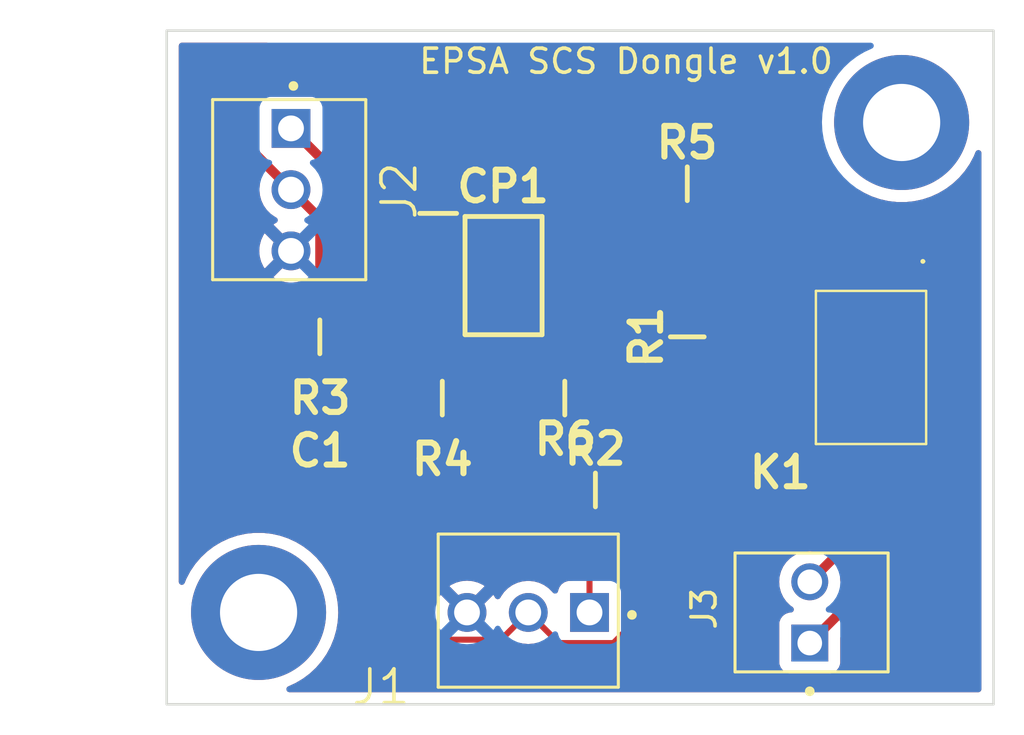
<source format=kicad_pcb>
(kicad_pcb (version 20211014) (generator pcbnew)
  (layers (0 "F.Cu" signal) (31 "B.Cu" signal) (34 "B.Paste" user) (35 "F.Paste" user) (36 "B.SilkS" user "B.Silkscreen") (37 "F.SilkS" user "F.Silkscreen") (38 "B.Mask" user) (39 "F.Mask" user) (44 "Edge.Cuts" user))
  (net 0 "")
  (net 1 "+5V")
  (net 2 "GND")
  (net 3 "/Opto In")
  (net 4 "/Sensor Input")
  (net 5 "/4V")
  (net 6 "/1V")
  (net 7 "/HS IN")
  (net 8 "/HS OUT")
  (footprint "EPSA_lib:RESC3216X70N" (layer "F.Cu") (at 158.75 86.36 180)
    (fp_text reference "R6" (at -0.011901 -1.701971) (layer "F.SilkS") (effects (font (size 1.27 1.27) (thickness 0.254))))
    (fp_text value "Résistance RK73H2BLTDD2152F" hide)
    (fp_line (start 0 -0.7) (end 0 0.7) (layer "F.SilkS") (width 0.2))
    (pad "1" smd rect (at -1.55 0 180) (size 1.05 1.8) (layers "F.Cu" "F.Paste" "F.Mask") (net 4 "/Sensor Input"))
    (pad "2" smd rect (at 1.55 0 180) (size 1.05 1.8) (layers "F.Cu" "F.Paste" "F.Mask") (net 2 "GND"))
  )
  (footprint "" (layer "F.Cu") (at 172.72 74.93)
    (fp_text reference "" (at 0 0) (layer "F.SilkS") (effects (font (size 1.27 1.27))))
    (fp_text value "" (at 0 0) (layer "F.SilkS") (effects (font (size 1.27 1.27))))
    (pad "1" thru_hole circle (at 0 0) (size 5.6 5.6) (drill 3.2) (layers *.Cu *.Mask))
  )
  (footprint "EPSA_lib:RESC3216X70N" (layer "F.Cu") (at 163.83 83.82 90)
    (fp_text reference "R1" (at -0.011901 -1.701971 90) (layer "F.SilkS") (effects (font (size 1.27 1.27) (thickness 0.254))))
    (fp_text value "Résistance RK73H2BLTDD2152F" hide)
    (fp_line (start 0 -0.7) (end 0 0.7) (layer "F.SilkS") (width 0.2))
    (pad "1" smd rect (at -1.55 0 90) (size 1.05 1.8) (layers "F.Cu" "F.Paste" "F.Mask") (net 6 "/1V"))
    (pad "2" smd rect (at 1.55 0 90) (size 1.05 1.8) (layers "F.Cu" "F.Paste" "F.Mask") (net 1 "+5V"))
  )
  (footprint "EPSA_lib:SOIC127P600X175-8N" (layer "F.Cu") (at 156.21 81.28)
    (fp_text reference "CP1" (at -0.021001 -3.6963) (layer "F.SilkS") (effects (font (size 1.27 1.27) (thickness 0.254))))
    (fp_text value "Comparateur Double LM393LVDR" hide)
    (fp_line (start -3.475 -2.58) (end -1.948 -2.58) (layer "F.SilkS") (width 0.2))
    (fp_line (start -1.598 2.452) (end -1.598 -2.452) (layer "F.SilkS") (width 0.2))
    (fp_line (start -1.598 -2.452) (end 1.598 -2.452) (layer "F.SilkS") (width 0.2))
    (fp_line (start 1.598 2.452) (end -1.598 2.452) (layer "F.SilkS") (width 0.2))
    (fp_line (start 1.598 -2.452) (end 1.598 2.452) (layer "F.SilkS") (width 0.2))
    (pad "1" smd rect (at -2.711 -1.905 90) (size 0.65 1.528) (layers "F.Cu" "F.Paste" "F.Mask") (net 3 "/Opto In"))
    (pad "2" smd rect (at -2.711 -0.635 90) (size 0.65 1.528) (layers "F.Cu" "F.Paste" "F.Mask") (net 4 "/Sensor Input"))
    (pad "3" smd rect (at -2.711 0.635 90) (size 0.65 1.528) (layers "F.Cu" "F.Paste" "F.Mask") (net 5 "/4V"))
    (pad "4" smd rect (at -2.711 1.905 90) (size 0.65 1.528) (layers "F.Cu" "F.Paste" "F.Mask") (net 2 "GND"))
    (pad "5" smd rect (at 2.711 1.905 90) (size 0.65 1.528) (layers "F.Cu" "F.Paste" "F.Mask") (net 4 "/Sensor Input"))
    (pad "6" smd rect (at 2.711 0.635 90) (size 0.65 1.528) (layers "F.Cu" "F.Paste" "F.Mask") (net 6 "/1V"))
    (pad "7" smd rect (at 2.711 -0.635 90) (size 0.65 1.528) (layers "F.Cu" "F.Paste" "F.Mask") (net 3 "/Opto In"))
    (pad "8" smd rect (at 2.711 -1.905 90) (size 0.65 1.528) (layers "F.Cu" "F.Paste" "F.Mask") (net 1 "+5V"))
  )
  (footprint "EPSA_lib:MOLEX_22-11-2032" (layer "F.Cu") (at 147.395 75.175 -90)
    (fp_text reference "J2" (at 2.585 -4.489 90) (layer "F.SilkS") (effects (font (size 1.4 1.4))))
    (fp_text value "3P Droit 22-11-2032")
    (fp_line (start -1.195 3.25) (end 6.275 3.25) (layer "F.SilkS") (width 0.127))
    (fp_line (start 6.275 3.25) (end 6.275 -3.1) (layer "F.SilkS") (width 0.127))
    (fp_line (start 6.275 -3.1) (end -1.195 -3.1) (layer "F.SilkS") (width 0.127))
    (fp_line (start -1.195 -3.1) (end -1.195 3.25) (layer "F.SilkS") (width 0.127))
    (fp_circle (center -1.76 -0.1) (end -1.66 -0.1) (layer "F.SilkS") (width 0.2) (fill none))
    (pad "1" thru_hole rect (at 0 0 270) (size 1.61 1.61) (drill 1.07) (layers *.Cu *.Mask) (net 4 "/Sensor Input"))
    (pad "2" thru_hole circle (at 2.54 0 270) (size 1.61 1.61) (drill 1.07) (layers *.Cu *.Mask) (net 1 "+5V"))
    (pad "3" thru_hole circle (at 5.08 0 270) (size 1.61 1.61) (drill 1.07) (layers *.Cu *.Mask) (net 2 "GND"))
  )
  (footprint "EPSA_lib:CAPC2012X130N" (layer "F.Cu") (at 148.59 90.17)
    (fp_text reference "C1" (at 0.011623 -1.627268) (layer "F.SilkS") (effects (font (size 1.27 1.27) (thickness 0.254))))
    (fp_text value "Condensateur 0805Y1000104JXT" hide)
    (pad "1" smd rect (at -0.82 0) (size 1.07 1.47) (layers "F.Cu" "F.Paste" "F.Mask") (net 1 "+5V"))
    (pad "2" smd rect (at 0.82 0) (size 1.07 1.47) (layers "F.Cu" "F.Paste" "F.Mask") (net 2 "GND"))
  )
  (footprint "EPSA_lib:RESC3216X70N" (layer "F.Cu") (at 148.59 83.82 180)
    (fp_text reference "R3" (at -0.011901 -2.54) (layer "F.SilkS") (effects (font (size 1.27 1.27) (thickness 0.254))))
    (fp_text value "Résistance RK73H2BLTDD2152F" hide)
    (fp_line (start 0 -0.7) (end 0 0.7) (layer "F.SilkS") (width 0.2))
    (pad "1" smd rect (at -1.55 0 180) (size 1.05 1.8) (layers "F.Cu" "F.Paste" "F.Mask") (net 5 "/4V"))
    (pad "2" smd rect (at 1.55 0 180) (size 1.05 1.8) (layers "F.Cu" "F.Paste" "F.Mask") (net 1 "+5V"))
  )
  (footprint "EPSA_lib:CPC1394GR" (layer "F.Cu") (at 171.45 85.09 180)
    (fp_text reference "K1" (at 3.763068 -4.351704) (layer "F.SilkS") (effects (font (size 1.27 1.27) (thickness 0.254))))
    (fp_text value "SSR CPC1394GR" hide)
    (fp_line (start -2.286 -3.175) (end 2.286 -3.175) (layer "F.SilkS") (width 0.1))
    (fp_line (start 2.286 3.175) (end -2.286 3.175) (layer "F.SilkS") (width 0.1))
    (fp_line (start -2.1 4.4) (end -2.1 4.4) (layer "F.SilkS") (width 0.1))
    (fp_line (start -2.2 4.4) (end -2.2 4.4) (layer "F.SilkS") (width 0.1))
    (fp_line (start -2.286 3.175) (end -2.286 -3.175) (layer "F.SilkS") (width 0.1))
    (fp_line (start 2.286 -3.175) (end 2.286 3.175) (layer "F.SilkS") (width 0.1))
    (fp_arc (start -2.2 4.4) (mid -2.15 4.35) (end -2.1 4.4) (layer "F.SilkS") (width 0.1))
    (fp_arc (start -2.1 4.4) (mid -2.15 4.45) (end -2.2 4.4) (layer "F.SilkS") (width 0.1))
    (pad "1" smd oval (at -1.143 4.4 180) (size 0.95 1.6) (layers "F.Cu" "F.Paste" "F.Mask") (net 3 "/Opto In"))
    (pad "2" smd oval (at 1.143 4.4 180) (size 0.95 1.6) (layers "F.Cu" "F.Paste" "F.Mask") (net 2 "GND"))
    (pad "3" smd oval (at 1.143 -4.4 180) (size 0.95 1.6) (layers "F.Cu" "F.Paste" "F.Mask") (net 8 "/HS OUT"))
    (pad "4" smd oval (at -1.143 -4.4 180) (size 0.95 1.6) (layers "F.Cu" "F.Paste" "F.Mask") (net 7 "/HS IN"))
  )
  (footprint "" (layer "F.Cu") (at 146.05 95.25)
    (fp_text reference "" (at 0 0) (layer "F.SilkS") (effects (font (size 1.27 1.27))))
    (fp_text value "" (at 0 0) (layer "F.SilkS") (effects (font (size 1.27 1.27))))
    (pad "1" thru_hole circle (at 0 0) (size 5.6 5.6) (drill 3.2) (layers *.Cu *.Mask))
  )
  (footprint "EPSA_lib:MOLEX_22-11-2032" (layer "F.Cu") (at 159.775 95.25 180)
    (fp_text reference "J1" (at 8.645 -3.1) (layer "F.SilkS") (effects (font (size 1.4 1.4))))
    (fp_text value "3P Droit 22-11-2032")
    (fp_line (start 6.275 -3.1) (end -1.195 -3.1) (layer "F.SilkS") (width 0.127))
    (fp_line (start 6.275 3.25) (end 6.275 -3.1) (layer "F.SilkS") (width 0.127))
    (fp_line (start -1.195 3.25) (end 6.275 3.25) (layer "F.SilkS") (width 0.127))
    (fp_line (start -1.195 -3.1) (end -1.195 3.25) (layer "F.SilkS") (width 0.127))
    (fp_circle (center -1.76 -0.1) (end -1.66 -0.1) (layer "F.SilkS") (width 0.2) (fill none))
    (pad "1" thru_hole rect (at 0 0 180) (size 1.61 1.61) (drill 1.07) (layers *.Cu *.Mask) (net 4 "/Sensor Input"))
    (pad "2" thru_hole circle (at 2.54 0 180) (size 1.61 1.61) (drill 1.07) (layers *.Cu *.Mask) (net 1 "+5V"))
    (pad "3" thru_hole circle (at 5.08 0 180) (size 1.61 1.61) (drill 1.07) (layers *.Cu *.Mask) (net 2 "GND"))
  )
  (footprint "EPSA_lib:MOLEX_22-11-2022" (layer "F.Cu") (at 168.91 96.52 90)
    (fp_text reference "J3" (at 1.425 -4.385 90) (layer "F.SilkS"))
    (fp_text value "2P Droit 2-11-2022")
    (fp_line (start 3.735 3.25) (end -1.195 3.25) (layer "F.SilkS") (width 0.127))
    (fp_line (start -1.195 -3.1) (end 3.735 -3.1) (layer "F.SilkS") (width 0.127))
    (fp_line (start -1.195 3.25) (end -1.195 -3.1) (layer "F.SilkS") (width 0.127))
    (fp_line (start 3.735 -3.1) (end 3.735 3.25) (layer "F.SilkS") (width 0.127))
    (fp_circle (center -2 0) (end -1.9 0) (layer "F.SilkS") (width 0.2) (fill none))
    (pad "1" thru_hole rect (at 0 0 90) (size 1.53 1.53) (drill 1.02) (layers *.Cu *.Mask) (net 7 "/HS IN"))
    (pad "2" thru_hole circle (at 2.54 0 90) (size 1.53 1.53) (drill 1.02) (layers *.Cu *.Mask) (net 8 "/HS OUT"))
  )
  (footprint "EPSA_lib:RESC3216X70N" (layer "F.Cu") (at 160.02 90.17)
    (fp_text reference "R2" (at -0.011901 -1.701971) (layer "F.SilkS") (effects (font (size 1.27 1.27) (thickness 0.254))))
    (fp_text value "Résistance RK73H2BLTDD2152F" hide)
    (fp_line (start 0 -0.7) (end 0 0.7) (layer "F.SilkS") (width 0.2))
    (pad "1" smd rect (at -1.55 0) (size 1.05 1.8) (layers "F.Cu" "F.Paste" "F.Mask") (net 2 "GND"))
    (pad "2" smd rect (at 1.55 0) (size 1.05 1.8) (layers "F.Cu" "F.Paste" "F.Mask") (net 6 "/1V"))
  )
  (footprint "EPSA_lib:RESC3216X70N" (layer "F.Cu") (at 153.67 86.36)
    (fp_text reference "R4" (at 0 2.54) (layer "F.SilkS") (effects (font (size 1.27 1.27) (thickness 0.254))))
    (fp_text value "Résistance RK73H2BLTDD2152F" hide)
    (fp_line (start 0 -0.7) (end 0 0.7) (layer "F.SilkS") (width 0.2))
    (pad "1" smd rect (at -1.55 0) (size 1.05 1.8) (layers "F.Cu" "F.Paste" "F.Mask") (net 2 "GND"))
    (pad "2" smd rect (at 1.55 0) (size 1.05 1.8) (layers "F.Cu" "F.Paste" "F.Mask") (net 5 "/4V"))
  )
  (footprint "EPSA_lib:RESC3216X70N" (layer "F.Cu") (at 163.83 77.47)
    (fp_text reference "R5" (at -0.011901 -1.701971) (layer "F.SilkS") (effects (font (size 1.27 1.27) (thickness 0.254))))
    (fp_text value "Résistance RK73H2BLTDD2152F" hide)
    (fp_line (start 0 -0.7) (end 0 0.7) (layer "F.SilkS") (width 0.2))
    (pad "1" smd rect (at -1.55 0) (size 1.05 1.8) (layers "F.Cu" "F.Paste" "F.Mask") (net 1 "+5V"))
    (pad "2" smd rect (at 1.55 0) (size 1.05 1.8) (layers "F.Cu" "F.Paste" "F.Mask") (net 3 "/Opto In"))
  )
  (gr_rect (start 142.24 71.12) (end 176.53 99.06) (layer "Edge.Cuts") (width 0.1) (fill none))
  (gr_text "EPSA SCS Dongle v1.0" (at 161.29 72.39) (layer "F.SilkS") (effects (font (size 1 1))))
  (segment (start 153.78 96.38) (end 156.105 96.38) (width 0.25) (layer "F.Cu") (net 1))
  (segment (start 166.37 90.17) (end 166.37 90.915) (width 0.25) (layer "F.Cu") (net 1))
  (segment (start 147.395 77.715) (end 148.6 78.92) (width 0.4) (layer "F.Cu") (net 1))
  (segment (start 146.91 72.39) (end 151.936 72.39) (width 0.4) (layer "F.Cu") (net 1))
  (segment (start 148.6 78.92) (end 148.6 82.26) (width 0.4) (layer "F.Cu") (net 1))
  (segment (start 147.04 83.82) (end 147.04 89.44) (width 0.4) (layer "F.Cu") (net 1))
  (segment (start 152.66 95.26) (end 153.78 96.38) (width 0.25) (layer "F.Cu") (net 1))
  (segment (start 158.921 79.375) (end 160.375 79.375) (width 0.4) (layer "F.Cu") (net 1))
  (segment (start 163.83 82.27) (end 166.37 84.81) (width 0.4) (layer "F.Cu") (net 1))
  (segment (start 160.765 96.52) (end 158.505 96.52) (width 0.25) (layer "F.Cu") (net 1))
  (segment (start 166.37 90.915) (end 160.765 96.52) (width 0.25) (layer "F.Cu") (net 1))
  (segment (start 158.505 96.52) (end 157.235 95.25) (width 0.25) (layer "F.Cu") (net 1))
  (segment (start 147.77 90.17) (end 147.77 90.37) (width 0.4) (layer "F.Cu") (net 1))
  (segment (start 144.78 75.1) (end 144.78 74.52) (width 0.4) (layer "F.Cu") (net 1))
  (segment (start 147.395 77.715) (end 144.78 75.1) (width 0.4) (layer "F.Cu") (net 1))
  (segment (start 147.04 89.44) (end 147.77 90.17) (width 0.4) (layer "F.Cu") (net 1))
  (segment (start 151.936 72.39) (end 158.921 79.375) (width 0.4) (layer "F.Cu") (net 1))
  (segment (start 156.105 96.38) (end 157.235 95.25) (width 0.25) (layer "F.Cu") (net 1))
  (segment (start 147.77 90.37) (end 152.66 95.26) (width 0.4) (layer "F.Cu") (net 1))
  (segment (start 166.37 84.81) (end 166.37 90.17) (width 0.4) (layer "F.Cu") (net 1))
  (segment (start 144.78 74.52) (end 146.91 72.39) (width 0.4) (layer "F.Cu") (net 1))
  (segment (start 160.375 79.375) (end 162.28 77.47) (width 0.4) (layer "F.Cu") (net 1))
  (segment (start 148.6 82.26) (end 147.04 83.82) (width 0.4) (layer "F.Cu") (net 1))
  (segment (start 153.499 79.375) (end 156.845 79.375) (width 0.4) (layer "F.Cu") (net 3))
  (segment (start 158.115 80.645) (end 158.921 80.645) (width 0.4) (layer "F.Cu") (net 3))
  (segment (start 162.205 80.645) (end 165.38 77.47) (width 0.4) (layer "F.Cu") (net 3))
  (segment (start 158.921 80.645) (end 162.205 80.645) (width 0.4) (layer "F.Cu") (net 3))
  (segment (start 156.845 79.375) (end 158.115 80.645) (width 0.4) (layer "F.Cu") (net 3))
  (segment (start 172.593 80.69) (end 169.373 77.47) (width 0.4) (layer "F.Cu") (net 3))
  (segment (start 169.373 77.47) (end 165.38 77.47) (width 0.4) (layer "F.Cu") (net 3))
  (segment (start 158.115 83.185) (end 158.921 83.185) (width 0.4) (layer "F.Cu") (net 4))
  (segment (start 158.921 83.185) (end 158.921 84.981) (width 0.25) (layer "F.Cu") (net 4))
  (segment (start 155.575 80.645) (end 158.115 83.185) (width 0.4) (layer "F.Cu") (net 4))
  (segment (start 153.499 80.645) (end 155.575 80.645) (width 0.4) (layer "F.Cu") (net 4))
  (segment (start 159.775 86.885) (end 160.3 86.36) (width 0.25) (layer "F.Cu") (net 4))
  (segment (start 147.395 75.175) (end 152.865 80.645) (width 0.4) (layer "F.Cu") (net 4))
  (segment (start 159.775 95.25) (end 159.775 86.885) (width 0.25) (layer "F.Cu") (net 4))
  (segment (start 158.921 84.981) (end 160.3 86.36) (width 0.25) (layer "F.Cu") (net 4))
  (segment (start 152.865 80.645) (end 153.499 80.645) (width 0.4) (layer "F.Cu") (net 4))
  (segment (start 154.118 81.915) (end 153.499 81.915) (width 0.4) (layer "F.Cu") (net 5))
  (segment (start 155.22 83.017) (end 154.118 81.915) (width 0.4) (layer "F.Cu") (net 5))
  (segment (start 152.045 81.915) (end 153.499 81.915) (width 0.4) (layer "F.Cu") (net 5))
  (segment (start 155.22 86.36) (end 155.22 83.017) (width 0.4) (layer "F.Cu") (net 5))
  (segment (start 150.14 83.82) (end 152.045 81.915) (width 0.4) (layer "F.Cu") (net 5))
  (segment (start 159.54 81.915) (end 162.995 85.37) (width 0.4) (layer "F.Cu") (net 6))
  (segment (start 161.57 90.17) (end 161.57 87.63) (width 0.25) (layer "F.Cu") (net 6))
  (segment (start 161.57 87.63) (end 163.83 85.37) (width 0.25) (layer "F.Cu") (net 6))
  (segment (start 158.921 81.915) (end 159.54 81.915) (width 0.4) (layer "F.Cu") (net 6))
  (segment (start 162.995 85.37) (end 163.83 85.37) (width 0.4) (layer "F.Cu") (net 6))
  (segment (start 172.593 89.49) (end 172.593 92.837) (width 0.4) (layer "F.Cu") (net 7))
  (segment (start 172.593 92.837) (end 168.91 96.52) (width 0.4) (layer "F.Cu") (net 7))
  (segment (start 170.307 92.583) (end 168.91 93.98) (width 0.4) (layer "F.Cu") (net 8))
  (segment (start 170.307 89.49) (end 170.307 92.583) (width 0.4) (layer "F.Cu") (net 8))
  (zone (net 2) (net_name "GND") (layers F&B.Cu) (connect_pads (clearance 0.5)) (min_thickness 0.254) (fill yes (thermal_gap 0.508) (thermal_bridge_width 0.508))
    (polygon (pts (xy 177.8 100.33) (xy 140.97 100.33) (xy 140.97 69.85) (xy 177.8 69.85)))
  )
)
</source>
